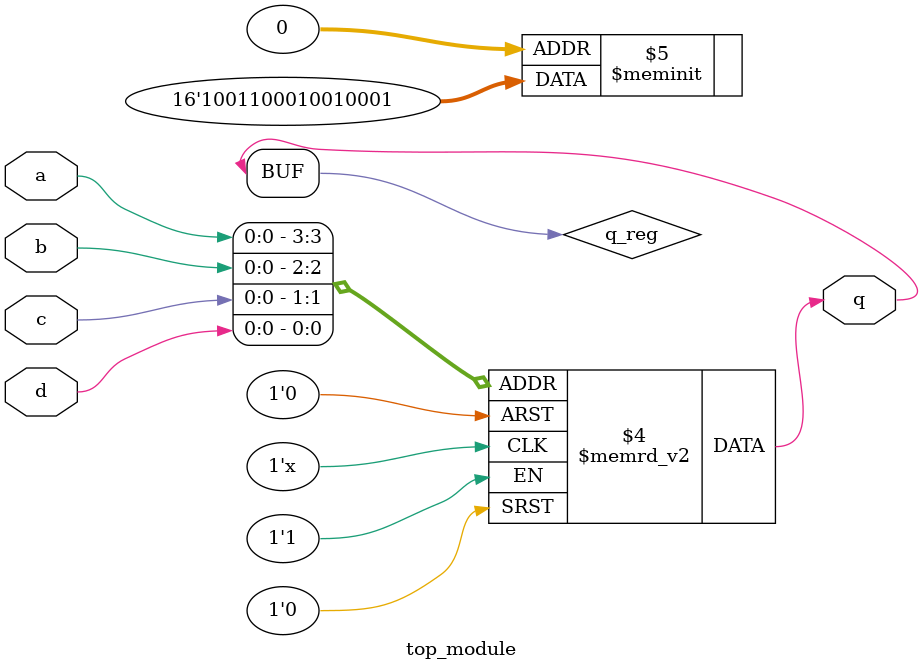
<source format=sv>
module top_module (
    input a, 
    input b, 
    input c, 
    input d,
    output q
);

    reg q_reg;

    always @(*) begin
        case ({a, b, c, d})
            4'b0000: q_reg = 1;
            4'b0010: q_reg = 0;
            4'b0100: q_reg = 1;
            4'b0111: q_reg = 1;
            4'b1000: q_reg = 0;
            4'b1011: q_reg = 1;
            4'b1100: q_reg = 1;
            4'b1111: q_reg = 1;
            default: q_reg = 0;
        endcase
    end

    assign q = q_reg;

endmodule

</source>
